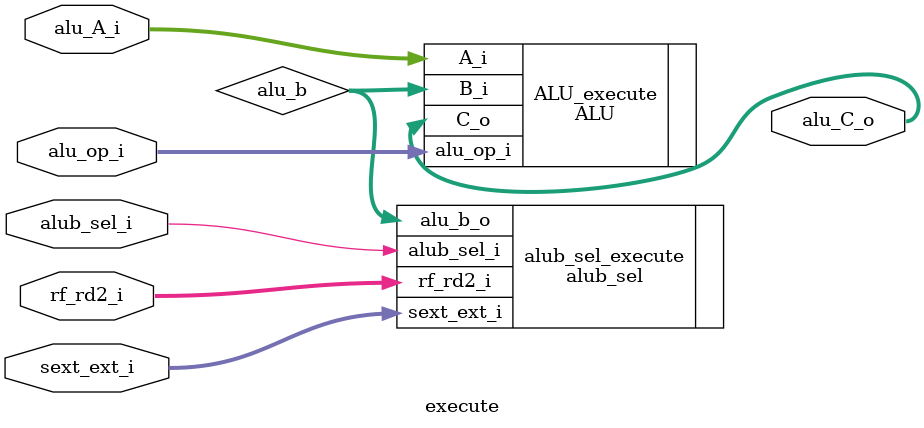
<source format=v>
`timescale 1ns / 1ps


module execute(
    input [2:0]alu_op_i,
    input alub_sel_i,
    input [31:0]alu_A_i,
    input [31:0]rf_rd2_i,
    input [31:0]sext_ext_i,
    output [31:0]alu_C_o
    );
     //ÄÚ²¿ÐÅºÅ
    wire [31:0]alu_b;
    
    ALU ALU_execute(
	.A_i       (alu_A_i),
	.B_i       (alu_b),
	.alu_op_i  (alu_op_i),
	.C_o       (alu_C_o)
    );
    
    alub_sel alub_sel_execute(
    .alub_sel_i     (alub_sel_i),
    .rf_rd2_i       (rf_rd2_i),
    .sext_ext_i     (sext_ext_i),
    .alu_b_o        (alu_b)
    );
endmodule

</source>
